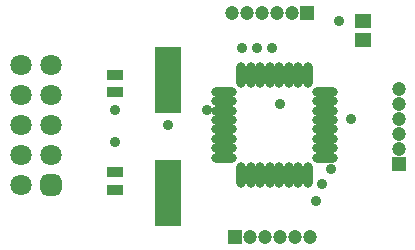
<source format=gbr>
%TF.GenerationSoftware,Altium Limited,Altium Designer,23.1.1 (15)*%
G04 Layer_Color=8388736*
%FSLAX45Y45*%
%MOMM*%
%TF.SameCoordinates,911EB459-FC51-413D-8FB5-29AF24146691*%
%TF.FilePolarity,Negative*%
%TF.FileFunction,Soldermask,Top*%
%TF.Part,Single*%
G01*
G75*
%TA.AperFunction,SMDPad,CuDef*%
%ADD13R,1.35000X0.95000*%
%ADD14R,1.45620X1.30464*%
%ADD28R,2.20320X5.70320*%
%ADD29O,2.15320X0.80320*%
%ADD30O,0.80320X2.15320*%
%TA.AperFunction,ComponentPad*%
%ADD31R,1.20320X1.20320*%
%ADD32C,1.20320*%
%ADD33C,1.80320*%
G04:AMPARAMS|DCode=34|XSize=1.8032mm|YSize=1.8032mm|CornerRadius=0.5016mm|HoleSize=0mm|Usage=FLASHONLY|Rotation=90.000|XOffset=0mm|YOffset=0mm|HoleType=Round|Shape=RoundedRectangle|*
%AMROUNDEDRECTD34*
21,1,1.80320,0.80000,0,0,90.0*
21,1,0.80000,1.80320,0,0,90.0*
1,1,1.00320,0.40000,0.40000*
1,1,1.00320,0.40000,-0.40000*
1,1,1.00320,-0.40000,-0.40000*
1,1,1.00320,-0.40000,0.40000*
%
%ADD34ROUNDEDRECTD34*%
%ADD35R,1.20320X1.20320*%
%TA.AperFunction,ViaPad*%
%ADD36C,0.91440*%
D13*
X1300000Y600000D02*
D03*
Y750000D02*
D03*
Y1575000D02*
D03*
Y1425000D02*
D03*
D14*
X3400000Y1869422D02*
D03*
Y2030578D02*
D03*
D28*
X1750000Y575000D02*
D03*
Y1525000D02*
D03*
D29*
X2225000Y1270000D02*
D03*
Y1190000D02*
D03*
Y1110000D02*
D03*
Y1030000D02*
D03*
Y950000D02*
D03*
Y870000D02*
D03*
X3075000D02*
D03*
Y950000D02*
D03*
Y1110000D02*
D03*
Y1190000D02*
D03*
Y1350000D02*
D03*
Y1430000D02*
D03*
X2225000D02*
D03*
Y1350000D02*
D03*
X3075000Y1270000D02*
D03*
Y1030000D02*
D03*
D30*
X2850000Y725000D02*
D03*
X2930000D02*
D03*
X2610000Y1575000D02*
D03*
X2530000D02*
D03*
X2450000D02*
D03*
X2930000D02*
D03*
X2370000D02*
D03*
Y725000D02*
D03*
X2450000D02*
D03*
X2530000D02*
D03*
X2610000D02*
D03*
X2690000D02*
D03*
X2770000D02*
D03*
X2690000Y1575000D02*
D03*
X2770000D02*
D03*
X2850000D02*
D03*
D31*
X2927000Y2100000D02*
D03*
X2319000Y200000D02*
D03*
D32*
X2800000Y2100000D02*
D03*
X2673000D02*
D03*
X2546000D02*
D03*
X2419000D02*
D03*
X2292000D02*
D03*
X2446000Y200000D02*
D03*
X2573000D02*
D03*
X2700000D02*
D03*
X2827000D02*
D03*
X2954000D02*
D03*
X3700000Y946000D02*
D03*
Y1073000D02*
D03*
Y1200000D02*
D03*
Y1327000D02*
D03*
Y1454000D02*
D03*
D33*
X500000Y1654000D02*
D03*
Y1400000D02*
D03*
X754000Y1654000D02*
D03*
Y1400000D02*
D03*
X500000Y1146000D02*
D03*
X754000D02*
D03*
X500000Y892000D02*
D03*
X754000D02*
D03*
X500000Y638000D02*
D03*
D34*
X754000D02*
D03*
D35*
X3700000Y819000D02*
D03*
D36*
X3300000Y1200000D02*
D03*
X2075000Y1275000D02*
D03*
X2375000Y1800000D02*
D03*
X1300000Y1000000D02*
D03*
Y1275000D02*
D03*
X2500000Y1800000D02*
D03*
X2625000D02*
D03*
X3200000Y2025000D02*
D03*
X2700000Y1325000D02*
D03*
X1750000Y1150000D02*
D03*
X3125000Y775000D02*
D03*
X3000000Y500000D02*
D03*
X3050000Y650000D02*
D03*
%TF.MD5,80e41dfc994d0ef568628ad7cc328a68*%
M02*

</source>
